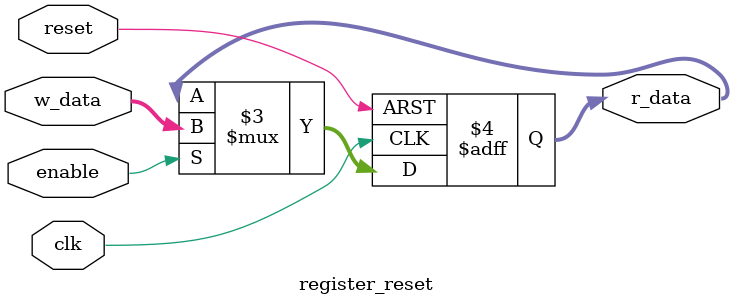
<source format=v>
module register_reset 
#(
 parameter           DATA_LENGTH = 32,
 parameter           RESET_VALUE = {DATA_LENGTH{1'b0}}
)
( 
 input  wire                          clk,
 input  wire                          enable,
 input  wire                          reset,
 input  wire    [DATA_LENGTH - 1 : 0] w_data,
 output reg     [DATA_LENGTH - 1 : 0] r_data
);

always @ (posedge clk or negedge reset)
 if (!reset) r_data = RESET_VALUE;
 else        r_data = (enable) ? w_data : r_data;
 

endmodule 
</source>
